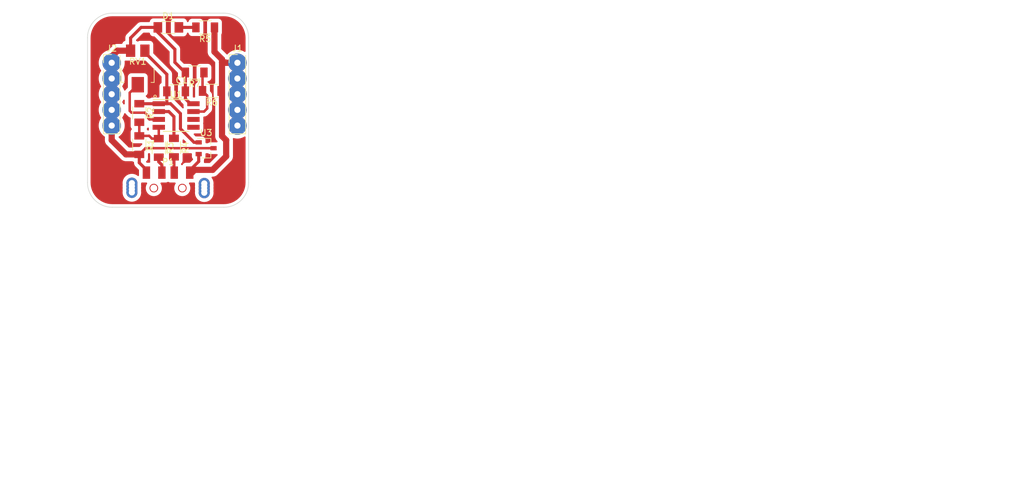
<source format=kicad_pcb>
(kicad_pcb (version 20240108) (generator "pcbnew") (generator_version "8.0")
  (title_block (title "Fabable QC hack with pot") (date "2025-02-26") (rev "v1") (company "Original design by Nicolas De Coster (ULB)") (comment 1 "With a 3.5mm pitch screw terminal by Andri Sæmundsson ") (comment 2 "QC-Hack board redesign"))
  (layers (0 "F.Cu" signal) (31 "B.Cu" signal) (34 "B.Paste" user) (35 "F.Paste" user) (36 "B.SilkS" user "B.Silkscreen") (37 "F.SilkS" user "F.Silkscreen") (38 "B.Mask" user) (39 "F.Mask" user) (44 "Edge.Cuts" user))
  (net 0 "")
  (net 1 "+3.3V")
  (net 2 "GND")
  (net 3 "Net-(D1-A)")
  (net 4 "Net-(P1-D-)")
  (net 5 "Net-(P1-D+)")
  (net 6 "VBUS")
  (net 16 "D+")
  (net 17 "D-")
  (net 18 "SENSE")
  (net 19 "REG")
  (footprint "fab:Conn_USB_A_Plug" (layer "F.Cu") (at 37.05 49.825)
    (property "Reference" "P1" (at 0 -3.325 0) (layer "F.SilkS"))
    (property "Value" "Conn_USB_A_Plug")
    (pad "" thru_hole circle (at -2.3 0.925) (size 1.4 1.4) (drill 1.1) (layers "*.Cu" "*.Mask") (remove_unused_layers yes) (zone_layer_connections "F.Cu"))
    (pad "" thru_hole circle (at 2.3 0.925) (size 1.4 1.4) (drill 1.1) (layers "*.Cu" "*.Mask") (remove_unused_layers yes) (zone_layer_connections "F.Cu"))
    (pad "1" smd rect (at 3.5 -1.575) (size 1.2 2) (layers "F.Cu" "F.Paste" "F.Mask") (net 6 "VBUS"))
    (pad "2" smd rect (at 1 -1.575) (size 1.2 2) (layers "F.Cu" "F.Paste" "F.Mask") (net 4 "Net-(P1-D-)"))
    (pad "3" smd rect (at -1 -1.575) (size 1.2 2) (layers "F.Cu" "F.Paste" "F.Mask") (net 5 "Net-(P1-D+)"))
    (pad "4" smd rect (at -3.5 -1.575) (size 1.2 2) (layers "F.Cu" "F.Paste" "F.Mask") (net 2 "GND"))
    (pad "5" thru_hole circle (at -5.85 0.125) (size 1.8 1.8) (drill 1) (layers "*.Cu" "*.Mask"))
    (pad "5" thru_hole circle (at -5.85 0.625) (size 1.8 1.8) (drill 1) (layers "*.Cu" "*.Mask"))
    (pad "5" thru_hole circle (at -5.85 1.125) (size 1.8 1.8) (drill 1) (layers "*.Cu" "*.Mask"))
    (pad "5" thru_hole circle (at -5.85 1.625) (size 1.8 1.8) (drill 1) (layers "*.Cu" "*.Mask"))
    (pad "5" thru_hole circle (at 5.85 0.175) (size 1.8 1.8) (drill 1) (layers "*.Cu" "*.Mask"))
    (pad "5" thru_hole circle (at 5.85 0.675) (size 1.8 1.8) (drill 1) (layers "*.Cu" "*.Mask"))
    (pad "5" thru_hole circle (at 5.85 1.175) (size 1.8 1.8) (drill 1) (layers "*.Cu" "*.Mask"))
    (pad "5" thru_hole circle (at 5.85 1.675) (size 1.8 1.8) (drill 1) (layers "*.Cu" "*.Mask"))
  )
  (footprint "fab:R_1206" (layer "F.Cu") (at 35.55 44.25 -90)
    (property "Reference" "R3" (at 0 -1.85 90) (layer "F.SilkS"))
    (property "Value" "1k")
    (fp_line (start 1 1.07) (end -1 1.07) (stroke (width 0.12)) (layer "F.SilkS"))
    (fp_line (start -1 -1.07) (end 1 -1.07) (stroke (width 0.12)) (layer "F.SilkS"))
    (pad "1" smd rect (at -1.5 0 270) (size 1.2 1.6) (layers "F.Cu" "F.Paste" "F.Mask") (net 16 "D+"))
    (pad "2" smd rect (at 1.5 0 270) (size 1.2 1.6) (layers "F.Cu" "F.Paste" "F.Mask") (net 5 "Net-(P1-D+)"))
  )
  (footprint "fab:PinHeader_01x05_P2.54mm_Vertical_THT_D1mm" (layer "F.Cu") (at 27.94 30.48)
    (property "Reference" "J2" (at 0 -2.33 0) (layer "F.SilkS"))
    (property "Value" "PinHeader_01x05_P2.54mm_Vertical_THT_D1mm")
    (fp_line (start -1.33 -1.33) (end 0 -1.33) (stroke (width 0.12)) (layer "F.SilkS"))
    (fp_line (start -1.33 0) (end -1.33 -1.33) (stroke (width 0.12)) (layer "F.SilkS"))
    (fp_line (start -1.33 1.27) (end -1.33 11.49) (stroke (width 0.12)) (layer "F.SilkS"))
    (fp_line (start -1.33 11.49) (end 1.33 11.49) (stroke (width 0.12)) (layer "F.SilkS"))
    (fp_line (start 1.33 -1.2) (end 1.33 11.49) (stroke (width 0.12)) (layer "F.SilkS"))
    (pad "1" thru_hole circle (at 0 0) (size 3 3) (drill 1) (layers "*.Cu" "*.Mask") (net 2 "GND"))
    (pad "2" thru_hole circle (at 0 2.54) (size 3 3) (drill 1) (layers "*.Cu" "*.Mask") (net 2 "GND"))
    (pad "3" thru_hole circle (at 0 5.08) (size 3 3) (drill 1) (layers "*.Cu" "*.Mask") (net 2 "GND"))
    (pad "4" thru_hole circle (at 0 7.62) (size 3 3) (drill 1) (layers "*.Cu" "*.Mask") (net 2 "GND"))
    (pad "5" thru_hole circle (at 0 10.16) (size 3 3) (drill 1) (layers "*.Cu" "*.Mask") (net 2 "GND"))
  )
  (footprint "fab:C_1206" (layer "F.Cu") (at 38.35 35.1)
    (property "Reference" "C1" (at 0.9 -1.8 0) (layer "F.SilkS"))
    (property "Value" "1µF-10µF")
    (fp_line (start -1 -1.07) (end 1 -1.07) (stroke (width 0.12)) (layer "F.SilkS"))
    (fp_line (start 1 1.07) (end -1 1.07) (stroke (width 0.12)) (layer "F.SilkS"))
    (pad "1" smd rect (at -1.5 0) (size 1.2 1.6) (layers "F.Cu" "F.Paste" "F.Mask") (net 1 "+3.3V"))
    (pad "2" smd rect (at 1.5 0) (size 1.2 1.6) (layers "F.Cu" "F.Paste" "F.Mask") (net 2 "GND"))
  )
  (footprint "fab:R_1206" (layer "F.Cu") (at 32.4 43.8 -90)
    (property "Reference" "R1" (at 0 -1.85 90) (layer "F.SilkS"))
    (property "Value" "2.2k")
    (fp_line (start 1 1.07) (end -1 1.07) (stroke (width 0.12)) (layer "F.SilkS"))
    (fp_line (start -1 -1.07) (end 1 -1.07) (stroke (width 0.12)) (layer "F.SilkS"))
    (pad "1" smd rect (at -1.5 0 270) (size 1.2 1.6) (layers "F.Cu" "F.Paste" "F.Mask") (net 16 "D+"))
    (pad "2" smd rect (at 1.5 0 270) (size 1.2 1.6) (layers "F.Cu" "F.Paste" "F.Mask") (net 2 "GND"))
  )
  (footprint "fab:R_1206" (layer "F.Cu") (at 43.05 24.75 180)
    (property "Reference" "R5" (at 0 -1.85 0) (layer "F.SilkS"))
    (property "Value" "10k")
    (fp_line (start 1 1.07) (end -1 1.07) (stroke (width 0.12)) (layer "F.SilkS"))
    (fp_line (start -1 -1.07) (end 1 -1.07) (stroke (width 0.12)) (layer "F.SilkS"))
    (pad "1" smd rect (at -1.5 0 180) (size 1.2 1.6) (layers "F.Cu" "F.Paste" "F.Mask") (net 6 "VBUS"))
    (pad "2" smd rect (at 1.5 0 180) (size 1.2 1.6) (layers "F.Cu" "F.Paste" "F.Mask") (net 3 "Net-(D1-A)"))
  )
  (footprint "fab:LED_1206" (layer "F.Cu") (at 37.1 24.75)
    (property "Reference" "D1" (at 0 -1.85 0) (layer "F.SilkS"))
    (property "Value" "LED")
    (fp_line (start -1.1 -0.95) (end 1.1 -0.95) (stroke (width 0.12)) (layer "F.SilkS"))
    (fp_line (start -1.1 1) (end 1.1 1) (stroke (width 0.12)) (layer "F.SilkS"))
    (pad "1" smd rect (at -1.7 0) (size 1.4 1.7) (layers "F.Cu" "F.Paste" "F.Mask") (net 2 "GND"))
    (pad "2" smd rect (at 1.7 0) (size 1.4 1.7) (layers "F.Cu" "F.Paste" "F.Mask") (net 3 "Net-(D1-A)"))
  )
  (footprint "fab:R_1206" (layer "F.Cu") (at 32.4 38.6 -90)
    (property "Reference" "R2" (at 0 -1.85 90) (layer "F.SilkS"))
    (property "Value" "10k")
    (fp_line (start 1 1.07) (end -1 1.07) (stroke (width 0.12)) (layer "F.SilkS"))
    (fp_line (start -1 -1.07) (end 1 -1.07) (stroke (width 0.12)) (layer "F.SilkS"))
    (pad "1" smd rect (at -1.5 0 270) (size 1.2 1.6) (layers "F.Cu" "F.Paste" "F.Mask") (net 1 "+3.3V"))
    (pad "2" smd rect (at 1.5 0 270) (size 1.2 1.6) (layers "F.Cu" "F.Paste" "F.Mask") (net 16 "D+"))
  )
  (footprint "fab:R_1206" (layer "F.Cu") (at 38 44.2 -90)
    (property "Reference" "R4" (at 0 -1.85 90) (layer "F.SilkS"))
    (property "Value" "1k")
    (fp_line (start 1 1.07) (end -1 1.07) (stroke (width 0.12)) (layer "F.SilkS"))
    (fp_line (start -1 -1.07) (end 1 -1.07) (stroke (width 0.12)) (layer "F.SilkS"))
    (pad "1" smd rect (at -1.5 0 270) (size 1.2 1.6) (layers "F.Cu" "F.Paste" "F.Mask") (net 17 "D-"))
    (pad "2" smd rect (at 1.5 0 270) (size 1.2 1.6) (layers "F.Cu" "F.Paste" "F.Mask") (net 4 "Net-(P1-D-)"))
  )
  (footprint "fab:R_1206" (layer "F.Cu") (at 44.12 35.03 180)
    (property "Reference" "R6" (at 0 -1.85 0) (layer "F.SilkS"))
    (property "Value" "47k")
    (fp_line (start 1 1.07) (end -1 1.07) (stroke (width 0.12)) (layer "F.SilkS"))
    (fp_line (start -1 -1.07) (end 1 -1.07) (stroke (width 0.12)) (layer "F.SilkS"))
    (pad "1" smd rect (at -1.5 0 180) (size 1.2 1.6) (layers "F.Cu" "F.Paste" "F.Mask") (net 6 "VBUS"))
    (pad "2" smd rect (at 1.5 0 180) (size 1.2 1.6) (layers "F.Cu" "F.Paste" "F.Mask") (net 18 "SENSE"))
  )
  (footprint "fab:SOIC-8_3.9x4.9mm_P1.27mm" (layer "F.Cu") (at 38.35 39.005)
    (property "Reference" "U1" (at 0 -3.4 0) (layer "F.SilkS"))
    (property "Value" "ATtiny412-SS")
    (fp_line (start -3.69 -2.575) (end 2.075 -2.575) (stroke (width 0.15)) (layer "F.SilkS"))
    (fp_line (start -2.075 2.575) (end 2.075 2.575) (stroke (width 0.15)) (layer "F.SilkS"))
    (fp_circle (center -3.4 -3.1) (end -3.2 -3.1) (stroke (width 0.12)) (fill none) (layer "F.SilkS"))
    (pad "1" smd rect (at -2.8 -1.905) (size 2 0.8) (layers "F.Cu" "F.Paste" "F.Mask") (net 1 "+3.3V"))
    (pad "2" smd rect (at -2.8 -0.635) (size 2 0.8) (layers "F.Cu" "F.Paste" "F.Mask") (net 17 "D-"))
    (pad "3" smd rect (at -2.8 0.635) (size 2 0.8) (layers "F.Cu" "F.Paste" "F.Mask") (net 19 "REG"))
    (pad "4" smd rect (at -2.8 1.905) (size 2 0.8) (layers "F.Cu" "F.Paste" "F.Mask") (net 16 "D+"))
    (pad "5" smd rect (at 2.8 1.905) (size 2 0.8) (layers "F.Cu" "F.Paste" "F.Mask"))
    (pad "6" smd rect (at 2.8 0.635) (size 2 0.8) (layers "F.Cu" "F.Paste" "F.Mask"))
    (pad "7" smd rect (at 2.8 -0.635) (size 2 0.8) (layers "F.Cu" "F.Paste" "F.Mask") (net 18 "SENSE"))
    (pad "8" smd rect (at 2.8 -1.905) (size 2 0.8) (layers "F.Cu" "F.Paste" "F.Mask") (net 2 "GND"))
  )
  (footprint "fab:Potentiometer_TT_Model-23_4.5x5.0x3.0mm" (layer "F.Cu") (at 32.155 31.275 180)
    (property "Reference" "RV1" (at 0 1 0) (layer "F.SilkS"))
    (property "Value" "R_POT_10K_Trimmer")
    (fp_line (start 2.66 -2.38) (end 2.66 -0.1) (stroke (width 0.12)) (layer "F.SilkS"))
    (fp_line (start 2.15 -2.38) (end 2.66 -2.38) (stroke (width 0.12)) (layer "F.SilkS"))
    (fp_line (start -2.65 -0.1) (end -2.65 -2.38) (stroke (width 0.12)) (layer "F.SilkS"))
    (fp_line (start -2.65 -2.38) (end -2.14 -2.38) (stroke (width 0.12)) (layer "F.SilkS"))
    (pad "1" smd rect (at 1.16 2.75 180) (size 1.5 2) (layers "F.Cu" "F.Paste" "F.Mask") (net 2 "GND"))
    (pad "2" smd rect (at 0 -2.75 180) (size 2 2.5) (layers "F.Cu" "F.Paste" "F.Mask") (net 19 "REG"))
    (pad "3" smd rect (at -1.15 2.75 180) (size 1.5 2) (layers "F.Cu" "F.Paste" "F.Mask") (net 1 "+3.3V"))
  )
  (footprint "fab:R_1206" (layer "F.Cu") (at 41.35 32.05 180)
    (property "Reference" "R7" (at 0 -1.85 0) (layer "F.SilkS"))
    (property "Value" "4.7k")
    (fp_line (start 1 1.07) (end -1 1.07) (stroke (width 0.12)) (layer "F.SilkS"))
    (fp_line (start -1 -1.07) (end 1 -1.07) (stroke (width 0.12)) (layer "F.SilkS"))
    (pad "1" smd rect (at -1.5 0 180) (size 1.2 1.6) (layers "F.Cu" "F.Paste" "F.Mask") (net 18 "SENSE"))
    (pad "2" smd rect (at 1.5 0 180) (size 1.2 1.6) (layers "F.Cu" "F.Paste" "F.Mask") (net 2 "GND"))
  )
  (footprint "fab:SOT-23-3" (layer "F.Cu") (at 43.2 44.3)
    (property "Reference" "U3" (at 0 -2.5 0) (layer "F.SilkS"))
    (property "Value" "lm3480-3.3")
    (fp_line (start 0.76 -1.58) (end -1.4 -1.58) (stroke (width 0.12)) (layer "F.SilkS"))
    (fp_line (start 0.76 -1.58) (end 0.76 -0.65) (stroke (width 0.12)) (layer "F.SilkS"))
    (fp_line (start 0.76 1.58) (end -0.7 1.58) (stroke (width 0.12)) (layer "F.SilkS"))
    (fp_line (start 0.76 1.58) (end 0.76 0.65) (stroke (width 0.12)) (layer "F.SilkS"))
    (pad "1" smd rect (at -1.2 -0.95) (size 1 0.7) (layers "F.Cu" "F.Paste" "F.Mask") (net 1 "+3.3V"))
    (pad "2" smd rect (at -1.2 0.95) (size 1 0.7) (layers "F.Cu" "F.Paste" "F.Mask") (net 6 "VBUS"))
    (pad "3" smd rect (at 1.2 0) (size 1 0.7) (layers "F.Cu" "F.Paste" "F.Mask") (net 2 "GND"))
  )
  (footprint "fab:PinHeader_01x05_P2.54mm_Vertical_THT_D1mm" (layer "F.Cu") (at 48.26 30.48)
    (property "Reference" "J1" (at 0 -2.33 0) (layer "F.SilkS"))
    (property "Value" "PinHeader_01x05_P2.54mm_Vertical_THT_D1mm")
    (fp_line (start -1.33 -1.33) (end 0 -1.33) (stroke (width 0.12)) (layer "F.SilkS"))
    (fp_line (start -1.33 0) (end -1.33 -1.33) (stroke (width 0.12)) (layer "F.SilkS"))
    (fp_line (start -1.33 1.27) (end -1.33 11.49) (stroke (width 0.12)) (layer "F.SilkS"))
    (fp_line (start -1.33 11.49) (end 1.33 11.49) (stroke (width 0.12)) (layer "F.SilkS"))
    (fp_line (start 1.33 -1.2) (end 1.33 11.49) (stroke (width 0.12)) (layer "F.SilkS"))
    (pad "1" thru_hole circle (at 0 0) (size 3 3) (drill 1) (layers "*.Cu" "*.Mask") (net 6 "VBUS"))
    (pad "2" thru_hole circle (at 0 2.54) (size 3 3) (drill 1) (layers "*.Cu" "*.Mask") (net 6 "VBUS"))
    (pad "3" thru_hole circle (at 0 5.08) (size 3 3) (drill 1) (layers "*.Cu" "*.Mask") (net 6 "VBUS"))
    (pad "4" thru_hole circle (at 0 7.62) (size 3 3) (drill 1) (layers "*.Cu" "*.Mask") (net 6 "VBUS"))
    (pad "5" thru_hole circle (at 0 10.16) (size 3 3) (drill 1) (layers "*.Cu" "*.Mask") (net 6 "VBUS"))
  )
  (gr_arc (start 46.075 22.45) (mid 48.903427 23.621573) (end 50.075 26.45) (stroke (width 0.1)) (layer "Edge.Cuts"))
  (gr_line (start 24.025 49.85) (end 24.025 26.45) (stroke (width 0.1)) (layer "Edge.Cuts"))
  (gr_arc (start 24.025 26.45) (mid 25.196573 23.621573) (end 28.025 22.45) (stroke (width 0.1)) (layer "Edge.Cuts"))
  (gr_arc (start 50.075 49.85) (mid 48.903427 52.678427) (end 46.075 53.85) (stroke (width 0.1)) (layer "Edge.Cuts"))
  (gr_line (start 46.075 53.85) (end 28.025 53.85) (stroke (width 0.1)) (layer "Edge.Cuts"))
  (gr_line (start 50.075 26.45) (end 50.075 49.85) (stroke (width 0.1)) (layer "Edge.Cuts"))
  (gr_line (start 28.025 22.45) (end 46.075 22.45) (stroke (width 0.1)) (layer "Edge.Cuts"))
  (gr_arc (start 28.025 53.85) (mid 25.196573 52.678427) (end 24.025 49.85) (stroke (width 0.1)) (layer "Edge.Cuts"))
  (segment (start 41.25 43.35) (end 39.05 41.15) (width 0.5) (layer "F.Cu") (net 1))
  (segment (start 33.305 28.805) (end 36.85 32.35) (width 0.5) (layer "F.Cu") (net 1))
  (segment (start 36.85 35.1) (end 36.85 37.1) (width 0.5) (layer "F.Cu") (net 1))
  (segment (start 42 43.35) (end 41.25 43.35) (width 0.5) (layer "F.Cu") (net 1))
  (segment (start 33.305 28.525) (end 33.305 28.805) (width 0.5) (layer "F.Cu") (net 1))
  (segment (start 36.85 37.1) (end 35.55 37.1) (width 0.5) (layer "F.Cu") (net 1))
  (segment (start 39.05 38.7) (end 37.45 37.1) (width 0.5) (layer "F.Cu") (net 1))
  (segment (start 36.85 32.35) (end 36.85 35.1) (width 0.5) (layer "F.Cu") (net 1))
  (segment (start 32.4 37.1) (end 35.55 37.1) (width 0.5) (layer "F.Cu") (net 1))
  (segment (start 39.05 41.15) (end 39.05 38.7) (width 0.5) (layer "F.Cu") (net 1))
  (segment (start 37.45 37.1) (end 36.85 37.1) (width 0.5) (layer "F.Cu") (net 1))
  (segment (start 40.65 37.1) (end 39.85 36.3) (width 0.5) (layer "F.Cu") (net 2))
  (segment (start 27.94 40.64) (end 27.94 30.48) (width 1) (layer "F.Cu") (net 2))
  (segment (start 35.4 25.55) (end 35.4 24.75) (width 0.5) (layer "F.Cu") (net 2))
  (segment (start 39.85 36.3) (end 39.85 35.1) (width 0.5) (layer "F.Cu") (net 2))
  (segment (start 33.4 44.3) (end 32.4 45.3) (width 0.4) (layer "F.Cu") (net 2))
  (segment (start 38.15 30.4) (end 38.15 28.3) (width 0.5) (layer "F.Cu") (net 2))
  (segment (start 30.995 28.525) (end 30.995 28.755) (width 1) (layer "F.Cu") (net 2))
  (segment (start 28.875 28.525) (end 30.995 28.525) (width 1) (layer "F.Cu") (net 2))
  (segment (start 39.85 32.05) (end 39.8 32.05) (width 0.5) (layer "F.Cu") (net 2))
  (segment (start 32.4 46.65) (end 32.4 45.3) (width 0.5) (layer "F.Cu") (net 2))
  (segment (start 41.15 37.1) (end 40.65 37.1) (width 0.5) (layer "F.Cu") (net 2))
  (segment (start 27.94 42.99) (end 27.94 40.64) (width 1) (layer "F.Cu") (net 2))
  (segment (start 30.995 28.525) (end 30.995 26.455) (width 0.5) (layer "F.Cu") (net 2))
  (segment (start 33.55 48.25) (end 33.55 47.8) (width 0.5) (layer "F.Cu") (net 2))
  (segment (start 44.4 44.3) (end 33.4 44.3) (width 0.4) (layer "F.Cu") (net 2))
  (segment (start 27.94 30.48) (end 27.94 29.46) (width 1) (layer "F.Cu") (net 2))
  (segment (start 32.4 45.3) (end 30.25 45.3) (width 1) (layer "F.Cu") (net 2))
  (segment (start 39.8 32.05) (end 38.15 30.4) (width 0.5) (layer "F.Cu") (net 2))
  (segment (start 30.995 26.455) (end 32.7 24.75) (width 0.5) (layer "F.Cu") (net 2))
  (segment (start 38.15 28.3) (end 35.4 25.55) (width 0.5) (layer "F.Cu") (net 2))
  (segment (start 39.85 32.05) (end 39.85 35.1) (width 0.5) (layer "F.Cu") (net 2))
  (segment (start 30.25 45.3) (end 27.94 42.99) (width 1) (layer "F.Cu") (net 2))
  (segment (start 27.94 29.46) (end 28.875 28.525) (width 1) (layer "F.Cu") (net 2))
  (segment (start 32.7 24.75) (end 35.4 24.75) (width 0.5) (layer "F.Cu") (net 2))
  (segment (start 33.55 47.8) (end 32.4 46.65) (width 0.5) (layer "F.Cu") (net 2))
  (segment (start 41.55 24.75) (end 38.8 24.75) (width 0.5) (layer "F.Cu") (net 3))
  (segment (start 38 48.2) (end 38.05 48.25) (width 0.4) (layer "F.Cu") (net 4))
  (segment (start 38 45.7) (end 38 48.2) (width 0.5) (layer "F.Cu") (net 4))
  (segment (start 35.55 46.5) (end 35.55 45.75) (width 0.5) (layer "F.Cu") (net 5))
  (segment (start 36.05 48.25) (end 36.05 47) (width 0.5) (layer "F.Cu") (net 5))
  (segment (start 36.05 47) (end 35.55 46.5) (width 0.5) (layer "F.Cu") (net 5))
  (segment (start 48.26 30.48) (end 48.26 40.64) (width 1) (layer "F.Cu") (net 6))
  (segment (start 41.35 47.8) (end 40.9 48.25) (width 1) (layer "F.Cu") (net 6))
  (segment (start 40.55 48.25) (end 40.55 47.9) (width 0.5) (layer "F.Cu") (net 6))
  (segment (start 46.33 30.48) (end 48.26 30.48) (width 1) (layer "F.Cu") (net 6))
  (segment (start 45.77 30.42) (end 46.27 30.42) (width 1) (layer "F.Cu") (net 6))
  (segment (start 44.25 47.8) (end 41.35 47.8) (width 1) (layer "F.Cu") (net 6))
  (segment (start 46.44 43.01) (end 46.44 45.61) (width 1) (layer "F.Cu") (net 6))
  (segment (start 46.27 30.42) (end 46.33 30.48) (width 1) (layer "F.Cu") (net 6))
  (segment (start 45.77 42.34) (end 46.44 43.01) (width 1) (layer "F.Cu") (net 6))
  (segment (start 45.77 30.42) (end 45.77 42.34) (width 1) (layer "F.Cu") (net 6))
  (segment (start 45.77 29.92) (end 45.77 30.42) (width 1) (layer "F.Cu") (net 6))
  (segment (start 45.77 29.92) (end 44.55 28.7) (width 1) (layer "F.Cu") (net 6))
  (segment (start 42 46.45) (end 42 45.25) (width 0.5) (layer "F.Cu") (net 6))
  (segment (start 44.55 28.7) (end 44.55 24.75) (width 1) (layer "F.Cu") (net 6))
  (segment (start 40.9 48.25) (end 40.55 48.25) (width 1) (layer "F.Cu") (net 6))
  (segment (start 46.44 45.61) (end 44.25 47.8) (width 1) (layer "F.Cu") (net 6))
  (segment (start 40.55 47.9) (end 42 46.45) (width 0.5) (layer "F.Cu") (net 6))
  (segment (start 32.4 40.1) (end 32.4 42.3) (width 0.4) (layer "F.Cu") (net 16))
  (segment (start 34 42.3) (end 34.45 42.75) (width 0.4) (layer "F.Cu") (net 16))
  (segment (start 32.4 42.3) (end 34 42.3) (width 0.4) (layer "F.Cu") (net 16))
  (segment (start 34.45 42.75) (end 35.55 42.75) (width 0.4) (layer "F.Cu") (net 16))
  (segment (start 35.55 42.75) (end 35.55 40.91) (width 0.4) (layer "F.Cu") (net 16))
  (segment (start 38 42.7) (end 38 39.2) (width 0.5) (layer "F.Cu") (net 17))
  (segment (start 38 39.2) (end 37.17 38.37) (width 0.5) (layer "F.Cu") (net 17))
  (segment (start 37.17 38.37) (end 35.55 38.37) (width 0.5) (layer "F.Cu") (net 17))
  (segment (start 42.62 35.03) (end 42.62 32.28) (width 0.4) (layer "F.Cu") (net 18))
  (segment (start 41.15 38.37) (end 42.87 38.37) (width 0.4) (layer "F.Cu") (net 18))
  (segment (start 43.37 35.78) (end 42.62 35.03) (width 0.4) (layer "F.Cu") (net 18))
  (segment (start 42.87 38.37) (end 43.37 37.87) (width 0.4) (layer "F.Cu") (net 18))
  (segment (start 42.62 32.28) (end 42.85 32.05) (width 0.4) (layer "F.Cu") (net 18))
  (segment (start 43.37 37.87) (end 43.37 35.78) (width 0.4) (layer "F.Cu") (net 18))
  (segment (start 35.55 39.64) (end 34.04 39.64) (width 0.4) (layer "F.Cu") (net 19))
  (segment (start 31.15 38.55) (end 30.85 38.25) (width 0.4) (layer "F.Cu") (net 19))
  (segment (start 30.85 38.25) (end 30.85 35.33) (width 0.4) (layer "F.Cu") (net 19))
  (segment (start 33.3 38.55) (end 31.15 38.55) (width 0.4) (layer "F.Cu") (net 19))
  (segment (start 33.85 39.45) (end 33.85 39.1) (width 0.4) (layer "F.Cu") (net 19))
  (segment (start 33.85 39.1) (end 33.3 38.55) (width 0.4) (layer "F.Cu") (net 19))
  (segment (start 34.04 39.64) (end 33.85 39.45) (width 0.4) (layer "F.Cu") (net 19))
  (segment (start 30.85 35.33) (end 32.155 34.025) (width 0.4) (layer "F.Cu") (net 19))
  (zone (net 0) (net_name "") (layer "F.Cu") (connect_pads (clearance 0.6)) (min_thickness 0.25) (fill yes (thermal_gap 0.5) (thermal_bridge_width 0.5) (island_removal_mode 1) (island_area_min 10))
    (polygon (pts (xy 22.86 20.32) (xy 22.86 55.88) (xy 50.8 55.88) (xy 50.8 20.32)))
  )
)
</source>
